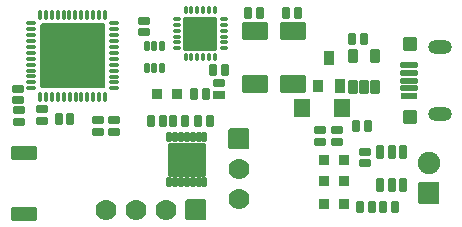
<source format=gts>
G04 Layer: TopSolderMaskLayer*
G04 EasyEDA v6.5.14, 2022-08-24 17:06:53*
G04 77cd11f6e3b44a54979dfea80d6f7020,401f954c81374b6587e5d63e119e93f9,10*
G04 Gerber Generator version 0.2*
G04 Scale: 100 percent, Rotated: No, Reflected: No *
G04 Dimensions in millimeters *
G04 leading zeros omitted , absolute positions ,4 integer and 5 decimal *
%FSLAX45Y45*%
%MOMM*%

%AMMACRO1*1,1,$1,$2,$3*1,1,$1,$4,$5*1,1,$1,0-$2,0-$3*1,1,$1,0-$4,0-$5*20,1,$1,$2,$3,$4,$5,0*20,1,$1,$4,$5,0-$2,0-$3,0*20,1,$1,0-$2,0-$3,0-$4,0-$5,0*20,1,$1,0-$4,0-$5,$2,$3,0*4,1,4,$2,$3,$4,$5,0-$2,0-$3,0-$4,0-$5,$2,$3,0*%
%ADD10MACRO1,0.1016X0.35X0.55X0.35X-0.55*%
%ADD11MACRO1,0.1016X-0.35X-0.55X-0.35X0.55*%
%ADD12MACRO1,0.1016X0.4X0.4X0.4X-0.4*%
%ADD13MACRO1,0.1016X-0.21X-0.35X-0.21X0.35*%
%ADD14MACRO1,0.1016X-0.4X-0.5X-0.4X0.5*%
%ADD15R,0.9016X1.1016*%
%ADD16MACRO1,0.1016X0.275X0.5X0.275X-0.5*%
%ADD17R,1.4516X0.5016*%
%ADD18MACRO1,0.1016X-0.675X-0.2X-0.675X0.2*%
%ADD19MACRO1,0.102X-0.5X-0.5X-0.5X0.5*%
%ADD20O,1.9999959999999999X1.1999976*%
%ADD21O,0.2800096X0.7999984*%
%ADD22O,0.7999984X0.2800096*%
%ADD23MACRO1,0.1X-1.35X1.35X1.35X1.35*%
%ADD24MACRO1,0.2032X0.1397X-0.325X-0.1397X-0.325*%
%ADD25MACRO1,0.2032X1.5X-1.3X-1.5X-1.3*%
%ADD26MACRO1,0.2032X-1X-0.675X-1X0.675*%
%ADD27MACRO1,0.2032X0.25X-0.4X-0.25X-0.4*%
%ADD28MACRO1,0.2032X0.4X0.25X0.4X-0.25*%
%ADD29MACRO1,0.2032X-0.25X0.4X0.25X0.4*%
%ADD30MACRO1,0.2032X-0.7874X-0.85X-0.7874X0.85*%
%ADD31C,1.9032*%
%ADD32MACRO1,0.2032X0.6X-0.7X-0.6X-0.7*%
%ADD33C,1.7780*%
%ADD34MACRO1,0.2032X0.7874X0.7874X0.7874X-0.7874*%
%ADD35MACRO1,0.2032X-0.4X-0.25X-0.4X0.25*%
%ADD36MACRO1,0.2032X1X0.5X1X-0.5*%
%ADD37O,0.2800096X0.9999979999999999*%
%ADD38O,0.9999979999999999X0.2800096*%
%ADD39MACRO1,0.2032X-2.65X-2.65X-2.65X2.65*%
%ADD40MACRO1,0.2032X0.7874X-0.7874X-0.7874X-0.7874*%
%ADD41R,1.0032X0.7032*%

%LPD*%
D10*
G01*
X94891Y410601D03*
G01*
X189887Y410601D03*
G01*
X285087Y410601D03*
D11*
G01*
X285087Y669401D03*
G01*
X95095Y669401D03*
D12*
G01*
X-149860Y-389889D03*
G01*
X20320Y-389889D03*
G01*
X-149860Y-210057D03*
G01*
X20320Y-210057D03*
G01*
X-1559813Y350012D03*
G01*
X-1389633Y350012D03*
G01*
X-149860Y-579881D03*
G01*
X20320Y-579881D03*
D13*
G01*
X-1584705Y568128D03*
G01*
X-1519707Y568128D03*
G01*
X-1519707Y752113D03*
G01*
X-1584705Y752113D03*
G01*
X-1649704Y752113D03*
G01*
X-1649704Y568128D03*
D14*
G01*
X-12806Y418901D03*
G01*
X-107802Y648903D03*
D15*
G01*
X-202818Y418896D03*
D16*
G01*
X520225Y-419935D03*
G01*
X425229Y-419935D03*
G01*
X330233Y-419935D03*
G01*
X330233Y-139926D03*
G01*
X425229Y-139926D03*
G01*
X520225Y-139926D03*
D17*
G01*
X568147Y329996D03*
D18*
G01*
X568147Y394997D03*
G01*
X568147Y459999D03*
G01*
X568147Y525000D03*
G01*
X568147Y589998D03*
D19*
G01*
X581799Y769998D03*
G01*
X581799Y149999D03*
D20*
G01*
X831850Y177495D03*
G01*
X831850Y742492D03*
D21*
G01*
X-1319784Y659866D03*
G01*
X-1269796Y659866D03*
G01*
X-1219784Y659866D03*
G01*
X-1169797Y659866D03*
G01*
X-1119784Y659866D03*
G01*
X-1069797Y659866D03*
D22*
G01*
X-994790Y734872D03*
G01*
X-994790Y784860D03*
G01*
X-994790Y834872D03*
G01*
X-994790Y884859D03*
G01*
X-994790Y934872D03*
G01*
X-994790Y984859D03*
D21*
G01*
X-1069797Y1059865D03*
G01*
X-1119784Y1059865D03*
G01*
X-1169797Y1059865D03*
G01*
X-1219784Y1059865D03*
G01*
X-1269796Y1059865D03*
G01*
X-1318996Y1059865D03*
D22*
G01*
X-1394790Y984859D03*
G01*
X-1394790Y934872D03*
G01*
X-1394790Y884859D03*
G01*
X-1394790Y834872D03*
G01*
X-1394790Y784860D03*
G01*
X-1394790Y734872D03*
D23*
G01*
X-1193546Y859866D03*
D24*
G01*
X-1160000Y-20007D03*
G01*
X-1209987Y-20007D03*
G01*
X-1260000Y-20007D03*
G01*
X-1309987Y-20007D03*
G01*
X-1359999Y-20007D03*
G01*
X-1409987Y-20007D03*
G01*
X-1459999Y-20007D03*
G01*
X-1459999Y-400016D03*
G01*
X-1409987Y-400016D03*
G01*
X-1359999Y-400016D03*
G01*
X-1309987Y-400016D03*
G01*
X-1260000Y-400016D03*
D25*
G01*
X-1309999Y-210012D03*
D24*
G01*
X-1209987Y-400016D03*
G01*
X-1160000Y-400016D03*
D26*
G01*
X-409955Y434891D03*
G01*
X-409955Y884892D03*
D27*
G01*
X-470000Y1030000D03*
G01*
X-370000Y1030000D03*
G01*
X-790002Y1030000D03*
G01*
X-690002Y1030000D03*
D28*
G01*
X195290Y-240000D03*
G01*
X195290Y-140000D03*
G01*
X-179999Y-60001D03*
G01*
X-179999Y39998D03*
D26*
G01*
X-730001Y435000D03*
G01*
X-730001Y885002D03*
D29*
G01*
X-984705Y550001D03*
G01*
X-1084705Y550001D03*
D27*
G01*
X-1244710Y350001D03*
G01*
X-1144710Y350001D03*
D28*
G01*
X-40007Y39991D03*
G01*
X-40007Y-60008D03*
D27*
G01*
X455281Y-609993D03*
G01*
X355281Y-609993D03*
D30*
G01*
X742294Y-492997D03*
D31*
G01*
X742289Y-238988D03*
D28*
G01*
X-2727716Y213991D03*
G01*
X-2727716Y113991D03*
D29*
G01*
X125302Y79994D03*
G01*
X225301Y79994D03*
G01*
X90008Y809993D03*
G01*
X190008Y809993D03*
D32*
G01*
X5290Y230002D03*
G01*
X-334708Y230002D03*
D28*
G01*
X-1674715Y969994D03*
G01*
X-1674715Y869994D03*
D33*
G01*
X-864615Y-543940D03*
G01*
X-864615Y-289940D03*
D34*
G01*
X-864618Y-35933D03*
D29*
G01*
X-2394703Y139994D03*
G01*
X-2294703Y139994D03*
D35*
G01*
X-2534704Y219998D03*
G01*
X-2534704Y119998D03*
D36*
G01*
X-2687607Y-151897D03*
G01*
X-2687607Y-671896D03*
D27*
G01*
X-1424712Y120002D03*
G01*
X-1324712Y120002D03*
D29*
G01*
X-1114708Y120002D03*
G01*
X-1214708Y120002D03*
D28*
G01*
X-1924707Y30001D03*
G01*
X-1924707Y130001D03*
D27*
G01*
X155289Y-610001D03*
G01*
X255289Y-610001D03*
D29*
G01*
X-1614702Y119994D03*
G01*
X-1514702Y119994D03*
D28*
G01*
X-2737716Y393990D03*
G01*
X-2737716Y293991D03*
D35*
G01*
X-2064699Y30011D03*
G01*
X-2064699Y130011D03*
D37*
G01*
X-2551582Y319963D03*
G01*
X-2501544Y319963D03*
G01*
X-2451506Y319963D03*
G01*
X-2401468Y319963D03*
G01*
X-2351430Y319963D03*
G01*
X-2301417Y319963D03*
G01*
X-2251633Y319963D03*
G01*
X-2201570Y319963D03*
G01*
X-2151532Y319963D03*
G01*
X-2101519Y319963D03*
G01*
X-2051456Y319963D03*
G01*
X-2001418Y319963D03*
D38*
G01*
X-1924735Y395655D03*
G01*
X-1924735Y445693D03*
G01*
X-1924735Y495731D03*
G01*
X-1924735Y545769D03*
G01*
X-1924735Y595807D03*
G01*
X-1924735Y645845D03*
G01*
X-1924735Y695629D03*
G01*
X-1924735Y745667D03*
G01*
X-1924735Y795705D03*
G01*
X-1924735Y845743D03*
G01*
X-1924735Y895781D03*
G01*
X-1924735Y945819D03*
D37*
G01*
X-2002967Y1019962D03*
G01*
X-2052980Y1019962D03*
G01*
X-2103018Y1019962D03*
G01*
X-2153056Y1019962D03*
G01*
X-2203119Y1019962D03*
G01*
X-2253132Y1019962D03*
G01*
X-2302916Y1019962D03*
G01*
X-2352954Y1019962D03*
G01*
X-2402992Y1019962D03*
G01*
X-2453030Y1019962D03*
G01*
X-2503068Y1019962D03*
G01*
X-2553106Y1019962D03*
D38*
G01*
X-2624709Y946835D03*
G01*
X-2624709Y896797D03*
G01*
X-2624709Y846759D03*
G01*
X-2624709Y796721D03*
G01*
X-2624709Y746683D03*
G01*
X-2624709Y696645D03*
G01*
X-2624709Y646861D03*
G01*
X-2624709Y596823D03*
G01*
X-2624709Y546785D03*
G01*
X-2624709Y496747D03*
G01*
X-2624709Y446709D03*
G01*
X-2624709Y396671D03*
D39*
G01*
X-2274722Y670013D03*
D40*
G01*
X-1233708Y-629998D03*
D33*
G01*
X-1487703Y-630021D03*
G01*
X-1741703Y-630021D03*
G01*
X-1995703Y-630021D03*
D41*
G01*
X-1034694Y340004D03*
D35*
G01*
X-1034699Y440010D03*
M02*

</source>
